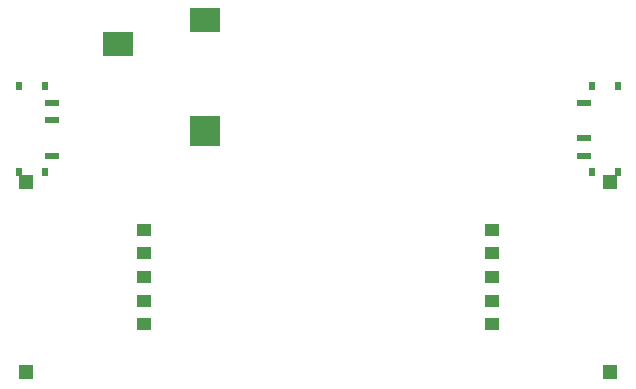
<source format=gbr>
G04 DipTrace 3.3.1.1*
G04 BottomPaste.gbr*
%MOIN*%
G04 #@! TF.FileFunction,Paste,Bot*
G04 #@! TF.Part,Single*
%ADD45R,0.047244X0.03937*%
%ADD47R,0.047244X0.051181*%
%ADD48R,0.023622X0.031496*%
%ADD50R,0.051181X0.019685*%
%ADD54R,0.102362X0.07874*%
%ADD56R,0.102362X0.102362*%
%FSLAX26Y26*%
G04*
G70*
G90*
G75*
G01*
G04 BotPaste*
%LPD*%
D56*
X1031575Y1547984D3*
D54*
X740079Y1839323D3*
X1031417Y1918063D3*
D50*
X2293307Y1643702D3*
Y1525592D3*
Y1466537D3*
D48*
X2318898Y1698820D3*
X2405512D3*
X2318898Y1411419D3*
X2405512D3*
D50*
X521654Y1466537D3*
Y1584647D3*
Y1643702D3*
D48*
X496063Y1411419D3*
X409449D3*
X496063Y1698820D3*
X409449D3*
D47*
X2381890Y1379923D3*
Y746064D3*
D45*
X1988189Y1062993D3*
Y1141734D3*
Y984253D3*
Y905513D3*
Y1220474D3*
D47*
X433071Y746064D3*
Y1379923D3*
D45*
X826772Y1062993D3*
Y984253D3*
Y1141734D3*
Y1220474D3*
Y905513D3*
M02*

</source>
